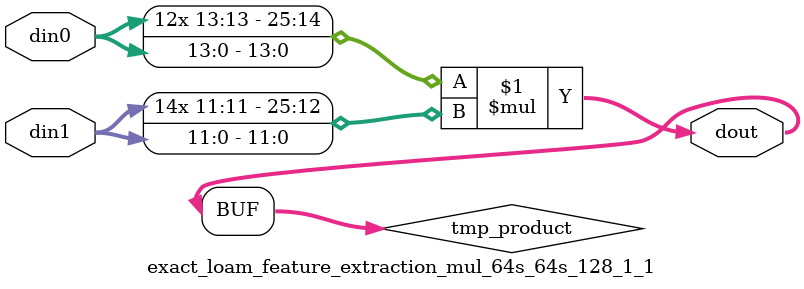
<source format=v>

`timescale 1 ns / 1 ps

 module exact_loam_feature_extraction_mul_64s_64s_128_1_1(din0, din1, dout);
parameter ID = 1;
parameter NUM_STAGE = 0;
parameter din0_WIDTH = 14;
parameter din1_WIDTH = 12;
parameter dout_WIDTH = 26;

input [din0_WIDTH - 1 : 0] din0; 
input [din1_WIDTH - 1 : 0] din1; 
output [dout_WIDTH - 1 : 0] dout;

wire signed [dout_WIDTH - 1 : 0] tmp_product;



























assign tmp_product = $signed(din0) * $signed(din1);








assign dout = tmp_product;





















endmodule

</source>
